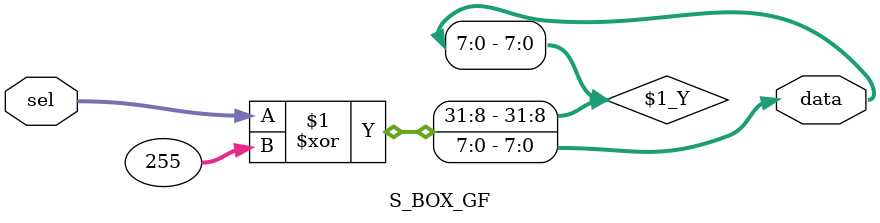
<source format=v>
`timescale 1ns / 1ps
module S_BOX_GF(
input [7:0] sel,
output [7:0] data);

assign data = sel^255;

endmodule

</source>
